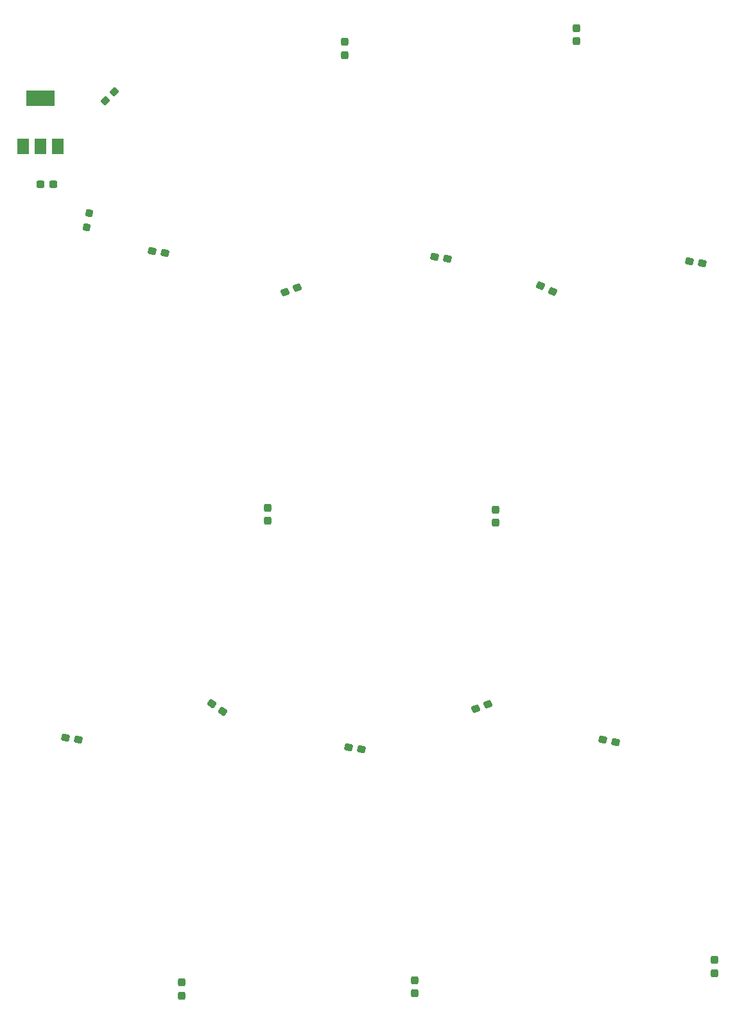
<source format=gbp>
G04 #@! TF.GenerationSoftware,KiCad,Pcbnew,7.0.2*
G04 #@! TF.CreationDate,2023-12-05T14:33:53-06:00*
G04 #@! TF.ProjectId,SixteenSegClock-Main,53697874-6565-46e5-9365-67436c6f636b,A*
G04 #@! TF.SameCoordinates,PX9fcafb8PYcb70528*
G04 #@! TF.FileFunction,Paste,Bot*
G04 #@! TF.FilePolarity,Positive*
%FSLAX46Y46*%
G04 Gerber Fmt 4.6, Leading zero omitted, Abs format (unit mm)*
G04 Created by KiCad (PCBNEW 7.0.2) date 2023-12-05 14:33:53*
%MOMM*%
%LPD*%
G01*
G04 APERTURE LIST*
G04 Aperture macros list*
%AMRoundRect*
0 Rectangle with rounded corners*
0 $1 Rounding radius*
0 $2 $3 $4 $5 $6 $7 $8 $9 X,Y pos of 4 corners*
0 Add a 4 corners polygon primitive as box body*
4,1,4,$2,$3,$4,$5,$6,$7,$8,$9,$2,$3,0*
0 Add four circle primitives for the rounded corners*
1,1,$1+$1,$2,$3*
1,1,$1+$1,$4,$5*
1,1,$1+$1,$6,$7*
1,1,$1+$1,$8,$9*
0 Add four rect primitives between the rounded corners*
20,1,$1+$1,$2,$3,$4,$5,0*
20,1,$1+$1,$4,$5,$6,$7,0*
20,1,$1+$1,$6,$7,$8,$9,0*
20,1,$1+$1,$8,$9,$2,$3,0*%
G04 Aperture macros list end*
%ADD10R,1.500000X2.000000*%
%ADD11R,3.800000X2.000000*%
%ADD12RoundRect,0.237500X-0.044194X-0.380070X0.380070X0.044194X0.044194X0.380070X-0.380070X-0.044194X0*%
%ADD13RoundRect,0.237500X0.237500X-0.300000X0.237500X0.300000X-0.237500X0.300000X-0.237500X-0.300000X0*%
%ADD14RoundRect,0.237500X-0.372264X-0.088463X0.171520X-0.342034X0.372264X0.088463X-0.171520X0.342034X0*%
%ADD15RoundRect,0.237500X0.190480X-0.287443X0.277304X0.204960X-0.190480X0.287443X-0.277304X-0.204960X0*%
%ADD16RoundRect,0.237500X-0.336684X-0.181797X0.254201X-0.285986X0.336684X0.181797X-0.254201X0.285986X0*%
%ADD17RoundRect,0.237500X-0.200678X-0.325783X0.363138X-0.120571X0.200678X0.325783X-0.363138X0.120571X0*%
%ADD18RoundRect,0.237500X-0.237500X0.300000X-0.237500X-0.300000X0.237500X-0.300000X0.237500X0.300000X0*%
%ADD19RoundRect,0.237500X-0.381970X-0.022476X0.109521X-0.366622X0.381970X0.022476X-0.109521X0.366622X0*%
%ADD20RoundRect,0.237500X-0.300000X-0.237500X0.300000X-0.237500X0.300000X0.237500X-0.300000X0.237500X0*%
G04 APERTURE END LIST*
D10*
X9400000Y130900000D03*
D11*
X11700000Y137200000D03*
D10*
X11700000Y130900000D03*
X14000000Y130900000D03*
D12*
X21403880Y138104880D03*
X20184120Y136885120D03*
D13*
X82394000Y146477500D03*
X82394000Y144752500D03*
D14*
X79225690Y111750492D03*
X77662310Y112479508D03*
D15*
X18077454Y122043637D03*
X17760546Y120246363D03*
D16*
X65343397Y116045228D03*
X63644603Y116344772D03*
D17*
X70724485Y57329992D03*
X69103515Y56740008D03*
D16*
X87573397Y52325228D03*
X85874603Y52624772D03*
D13*
X41634000Y83207500D03*
X41634000Y81482500D03*
D18*
X100554000Y21862500D03*
X100554000Y23587500D03*
D16*
X28123397Y116795228D03*
X26424603Y117094772D03*
D18*
X71704000Y81232500D03*
X71704000Y82957500D03*
D17*
X45524485Y112219992D03*
X43903515Y111630008D03*
D19*
X35680519Y56380290D03*
X34267481Y57369710D03*
D16*
X98993397Y115445228D03*
X97294603Y115744772D03*
D13*
X61034000Y20897500D03*
X61034000Y19172500D03*
D16*
X16703397Y52625228D03*
X15004603Y52924772D03*
D18*
X30284000Y18892500D03*
X30284000Y20617500D03*
X51834000Y142912500D03*
X51834000Y144637500D03*
D16*
X54023397Y51345228D03*
X52324603Y51644772D03*
D20*
X13406500Y125875000D03*
X11681500Y125875000D03*
M02*

</source>
